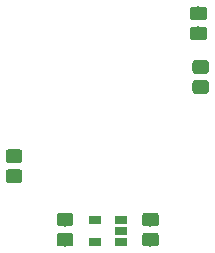
<source format=gbr>
G04 #@! TF.GenerationSoftware,KiCad,Pcbnew,(5.0.0-rc2-200-g1f6f76beb)*
G04 #@! TF.CreationDate,2018-06-26T10:28:24+03:00*
G04 #@! TF.ProjectId,board,626F6172642E6B696361645F70636200,v0.1*
G04 #@! TF.SameCoordinates,Original*
G04 #@! TF.FileFunction,Paste,Bot*
G04 #@! TF.FilePolarity,Positive*
%FSLAX46Y46*%
G04 Gerber Fmt 4.6, Leading zero omitted, Abs format (unit mm)*
G04 Created by KiCad (PCBNEW (5.0.0-rc2-200-g1f6f76beb)) date Tue Jun 26 10:28:24 2018*
%MOMM*%
%LPD*%
G01*
G04 APERTURE LIST*
%ADD10C,0.100000*%
%ADD11C,1.150000*%
%ADD12R,1.060000X0.650000*%
G04 APERTURE END LIST*
D10*
G04 #@! TO.C,C4*
G36*
X125188505Y-70729204D02*
X125212773Y-70732804D01*
X125236572Y-70738765D01*
X125259671Y-70747030D01*
X125281850Y-70757520D01*
X125302893Y-70770132D01*
X125322599Y-70784747D01*
X125340777Y-70801223D01*
X125357253Y-70819401D01*
X125371868Y-70839107D01*
X125384480Y-70860150D01*
X125394970Y-70882329D01*
X125403235Y-70905428D01*
X125409196Y-70929227D01*
X125412796Y-70953495D01*
X125414000Y-70977999D01*
X125414000Y-71628001D01*
X125412796Y-71652505D01*
X125409196Y-71676773D01*
X125403235Y-71700572D01*
X125394970Y-71723671D01*
X125384480Y-71745850D01*
X125371868Y-71766893D01*
X125357253Y-71786599D01*
X125340777Y-71804777D01*
X125322599Y-71821253D01*
X125302893Y-71835868D01*
X125281850Y-71848480D01*
X125259671Y-71858970D01*
X125236572Y-71867235D01*
X125212773Y-71873196D01*
X125188505Y-71876796D01*
X125164001Y-71878000D01*
X124263999Y-71878000D01*
X124239495Y-71876796D01*
X124215227Y-71873196D01*
X124191428Y-71867235D01*
X124168329Y-71858970D01*
X124146150Y-71848480D01*
X124125107Y-71835868D01*
X124105401Y-71821253D01*
X124087223Y-71804777D01*
X124070747Y-71786599D01*
X124056132Y-71766893D01*
X124043520Y-71745850D01*
X124033030Y-71723671D01*
X124024765Y-71700572D01*
X124018804Y-71676773D01*
X124015204Y-71652505D01*
X124014000Y-71628001D01*
X124014000Y-70977999D01*
X124015204Y-70953495D01*
X124018804Y-70929227D01*
X124024765Y-70905428D01*
X124033030Y-70882329D01*
X124043520Y-70860150D01*
X124056132Y-70839107D01*
X124070747Y-70819401D01*
X124087223Y-70801223D01*
X124105401Y-70784747D01*
X124125107Y-70770132D01*
X124146150Y-70757520D01*
X124168329Y-70747030D01*
X124191428Y-70738765D01*
X124215227Y-70732804D01*
X124239495Y-70729204D01*
X124263999Y-70728000D01*
X125164001Y-70728000D01*
X125188505Y-70729204D01*
X125188505Y-70729204D01*
G37*
D11*
X124714000Y-71303000D03*
D10*
G36*
X125188505Y-69029204D02*
X125212773Y-69032804D01*
X125236572Y-69038765D01*
X125259671Y-69047030D01*
X125281850Y-69057520D01*
X125302893Y-69070132D01*
X125322599Y-69084747D01*
X125340777Y-69101223D01*
X125357253Y-69119401D01*
X125371868Y-69139107D01*
X125384480Y-69160150D01*
X125394970Y-69182329D01*
X125403235Y-69205428D01*
X125409196Y-69229227D01*
X125412796Y-69253495D01*
X125414000Y-69277999D01*
X125414000Y-69928001D01*
X125412796Y-69952505D01*
X125409196Y-69976773D01*
X125403235Y-70000572D01*
X125394970Y-70023671D01*
X125384480Y-70045850D01*
X125371868Y-70066893D01*
X125357253Y-70086599D01*
X125340777Y-70104777D01*
X125322599Y-70121253D01*
X125302893Y-70135868D01*
X125281850Y-70148480D01*
X125259671Y-70158970D01*
X125236572Y-70167235D01*
X125212773Y-70173196D01*
X125188505Y-70176796D01*
X125164001Y-70178000D01*
X124263999Y-70178000D01*
X124239495Y-70176796D01*
X124215227Y-70173196D01*
X124191428Y-70167235D01*
X124168329Y-70158970D01*
X124146150Y-70148480D01*
X124125107Y-70135868D01*
X124105401Y-70121253D01*
X124087223Y-70104777D01*
X124070747Y-70086599D01*
X124056132Y-70066893D01*
X124043520Y-70045850D01*
X124033030Y-70023671D01*
X124024765Y-70000572D01*
X124018804Y-69976773D01*
X124015204Y-69952505D01*
X124014000Y-69928001D01*
X124014000Y-69277999D01*
X124015204Y-69253495D01*
X124018804Y-69229227D01*
X124024765Y-69205428D01*
X124033030Y-69182329D01*
X124043520Y-69160150D01*
X124056132Y-69139107D01*
X124070747Y-69119401D01*
X124087223Y-69101223D01*
X124105401Y-69084747D01*
X124125107Y-69070132D01*
X124146150Y-69057520D01*
X124168329Y-69047030D01*
X124191428Y-69038765D01*
X124215227Y-69032804D01*
X124239495Y-69029204D01*
X124263999Y-69028000D01*
X125164001Y-69028000D01*
X125188505Y-69029204D01*
X125188505Y-69029204D01*
G37*
D11*
X124714000Y-69603000D03*
G04 #@! TD*
D10*
G04 #@! TO.C,C3*
G36*
X132427505Y-69029204D02*
X132451773Y-69032804D01*
X132475572Y-69038765D01*
X132498671Y-69047030D01*
X132520850Y-69057520D01*
X132541893Y-69070132D01*
X132561599Y-69084747D01*
X132579777Y-69101223D01*
X132596253Y-69119401D01*
X132610868Y-69139107D01*
X132623480Y-69160150D01*
X132633970Y-69182329D01*
X132642235Y-69205428D01*
X132648196Y-69229227D01*
X132651796Y-69253495D01*
X132653000Y-69277999D01*
X132653000Y-69928001D01*
X132651796Y-69952505D01*
X132648196Y-69976773D01*
X132642235Y-70000572D01*
X132633970Y-70023671D01*
X132623480Y-70045850D01*
X132610868Y-70066893D01*
X132596253Y-70086599D01*
X132579777Y-70104777D01*
X132561599Y-70121253D01*
X132541893Y-70135868D01*
X132520850Y-70148480D01*
X132498671Y-70158970D01*
X132475572Y-70167235D01*
X132451773Y-70173196D01*
X132427505Y-70176796D01*
X132403001Y-70178000D01*
X131502999Y-70178000D01*
X131478495Y-70176796D01*
X131454227Y-70173196D01*
X131430428Y-70167235D01*
X131407329Y-70158970D01*
X131385150Y-70148480D01*
X131364107Y-70135868D01*
X131344401Y-70121253D01*
X131326223Y-70104777D01*
X131309747Y-70086599D01*
X131295132Y-70066893D01*
X131282520Y-70045850D01*
X131272030Y-70023671D01*
X131263765Y-70000572D01*
X131257804Y-69976773D01*
X131254204Y-69952505D01*
X131253000Y-69928001D01*
X131253000Y-69277999D01*
X131254204Y-69253495D01*
X131257804Y-69229227D01*
X131263765Y-69205428D01*
X131272030Y-69182329D01*
X131282520Y-69160150D01*
X131295132Y-69139107D01*
X131309747Y-69119401D01*
X131326223Y-69101223D01*
X131344401Y-69084747D01*
X131364107Y-69070132D01*
X131385150Y-69057520D01*
X131407329Y-69047030D01*
X131430428Y-69038765D01*
X131454227Y-69032804D01*
X131478495Y-69029204D01*
X131502999Y-69028000D01*
X132403001Y-69028000D01*
X132427505Y-69029204D01*
X132427505Y-69029204D01*
G37*
D11*
X131953000Y-69603000D03*
D10*
G36*
X132427505Y-70729204D02*
X132451773Y-70732804D01*
X132475572Y-70738765D01*
X132498671Y-70747030D01*
X132520850Y-70757520D01*
X132541893Y-70770132D01*
X132561599Y-70784747D01*
X132579777Y-70801223D01*
X132596253Y-70819401D01*
X132610868Y-70839107D01*
X132623480Y-70860150D01*
X132633970Y-70882329D01*
X132642235Y-70905428D01*
X132648196Y-70929227D01*
X132651796Y-70953495D01*
X132653000Y-70977999D01*
X132653000Y-71628001D01*
X132651796Y-71652505D01*
X132648196Y-71676773D01*
X132642235Y-71700572D01*
X132633970Y-71723671D01*
X132623480Y-71745850D01*
X132610868Y-71766893D01*
X132596253Y-71786599D01*
X132579777Y-71804777D01*
X132561599Y-71821253D01*
X132541893Y-71835868D01*
X132520850Y-71848480D01*
X132498671Y-71858970D01*
X132475572Y-71867235D01*
X132451773Y-71873196D01*
X132427505Y-71876796D01*
X132403001Y-71878000D01*
X131502999Y-71878000D01*
X131478495Y-71876796D01*
X131454227Y-71873196D01*
X131430428Y-71867235D01*
X131407329Y-71858970D01*
X131385150Y-71848480D01*
X131364107Y-71835868D01*
X131344401Y-71821253D01*
X131326223Y-71804777D01*
X131309747Y-71786599D01*
X131295132Y-71766893D01*
X131282520Y-71745850D01*
X131272030Y-71723671D01*
X131263765Y-71700572D01*
X131257804Y-71676773D01*
X131254204Y-71652505D01*
X131253000Y-71628001D01*
X131253000Y-70977999D01*
X131254204Y-70953495D01*
X131257804Y-70929227D01*
X131263765Y-70905428D01*
X131272030Y-70882329D01*
X131282520Y-70860150D01*
X131295132Y-70839107D01*
X131309747Y-70819401D01*
X131326223Y-70801223D01*
X131344401Y-70784747D01*
X131364107Y-70770132D01*
X131385150Y-70757520D01*
X131407329Y-70747030D01*
X131430428Y-70738765D01*
X131454227Y-70732804D01*
X131478495Y-70729204D01*
X131502999Y-70728000D01*
X132403001Y-70728000D01*
X132427505Y-70729204D01*
X132427505Y-70729204D01*
G37*
D11*
X131953000Y-71303000D03*
G04 #@! TD*
D12*
G04 #@! TO.C,U1*
X129416356Y-69623000D03*
X129416356Y-70573000D03*
X129416356Y-71523000D03*
X127216356Y-71523000D03*
X127216356Y-69623000D03*
G04 #@! TD*
D10*
G04 #@! TO.C,R4*
G36*
X136682005Y-56107204D02*
X136706273Y-56110804D01*
X136730072Y-56116765D01*
X136753171Y-56125030D01*
X136775350Y-56135520D01*
X136796393Y-56148132D01*
X136816099Y-56162747D01*
X136834277Y-56179223D01*
X136850753Y-56197401D01*
X136865368Y-56217107D01*
X136877980Y-56238150D01*
X136888470Y-56260329D01*
X136896735Y-56283428D01*
X136902696Y-56307227D01*
X136906296Y-56331495D01*
X136907500Y-56355999D01*
X136907500Y-57006001D01*
X136906296Y-57030505D01*
X136902696Y-57054773D01*
X136896735Y-57078572D01*
X136888470Y-57101671D01*
X136877980Y-57123850D01*
X136865368Y-57144893D01*
X136850753Y-57164599D01*
X136834277Y-57182777D01*
X136816099Y-57199253D01*
X136796393Y-57213868D01*
X136775350Y-57226480D01*
X136753171Y-57236970D01*
X136730072Y-57245235D01*
X136706273Y-57251196D01*
X136682005Y-57254796D01*
X136657501Y-57256000D01*
X135757499Y-57256000D01*
X135732995Y-57254796D01*
X135708727Y-57251196D01*
X135684928Y-57245235D01*
X135661829Y-57236970D01*
X135639650Y-57226480D01*
X135618607Y-57213868D01*
X135598901Y-57199253D01*
X135580723Y-57182777D01*
X135564247Y-57164599D01*
X135549632Y-57144893D01*
X135537020Y-57123850D01*
X135526530Y-57101671D01*
X135518265Y-57078572D01*
X135512304Y-57054773D01*
X135508704Y-57030505D01*
X135507500Y-57006001D01*
X135507500Y-56355999D01*
X135508704Y-56331495D01*
X135512304Y-56307227D01*
X135518265Y-56283428D01*
X135526530Y-56260329D01*
X135537020Y-56238150D01*
X135549632Y-56217107D01*
X135564247Y-56197401D01*
X135580723Y-56179223D01*
X135598901Y-56162747D01*
X135618607Y-56148132D01*
X135639650Y-56135520D01*
X135661829Y-56125030D01*
X135684928Y-56116765D01*
X135708727Y-56110804D01*
X135732995Y-56107204D01*
X135757499Y-56106000D01*
X136657501Y-56106000D01*
X136682005Y-56107204D01*
X136682005Y-56107204D01*
G37*
D11*
X136207500Y-56681000D03*
D10*
G36*
X136682005Y-57807204D02*
X136706273Y-57810804D01*
X136730072Y-57816765D01*
X136753171Y-57825030D01*
X136775350Y-57835520D01*
X136796393Y-57848132D01*
X136816099Y-57862747D01*
X136834277Y-57879223D01*
X136850753Y-57897401D01*
X136865368Y-57917107D01*
X136877980Y-57938150D01*
X136888470Y-57960329D01*
X136896735Y-57983428D01*
X136902696Y-58007227D01*
X136906296Y-58031495D01*
X136907500Y-58055999D01*
X136907500Y-58706001D01*
X136906296Y-58730505D01*
X136902696Y-58754773D01*
X136896735Y-58778572D01*
X136888470Y-58801671D01*
X136877980Y-58823850D01*
X136865368Y-58844893D01*
X136850753Y-58864599D01*
X136834277Y-58882777D01*
X136816099Y-58899253D01*
X136796393Y-58913868D01*
X136775350Y-58926480D01*
X136753171Y-58936970D01*
X136730072Y-58945235D01*
X136706273Y-58951196D01*
X136682005Y-58954796D01*
X136657501Y-58956000D01*
X135757499Y-58956000D01*
X135732995Y-58954796D01*
X135708727Y-58951196D01*
X135684928Y-58945235D01*
X135661829Y-58936970D01*
X135639650Y-58926480D01*
X135618607Y-58913868D01*
X135598901Y-58899253D01*
X135580723Y-58882777D01*
X135564247Y-58864599D01*
X135549632Y-58844893D01*
X135537020Y-58823850D01*
X135526530Y-58801671D01*
X135518265Y-58778572D01*
X135512304Y-58754773D01*
X135508704Y-58730505D01*
X135507500Y-58706001D01*
X135507500Y-58055999D01*
X135508704Y-58031495D01*
X135512304Y-58007227D01*
X135518265Y-57983428D01*
X135526530Y-57960329D01*
X135537020Y-57938150D01*
X135549632Y-57917107D01*
X135564247Y-57897401D01*
X135580723Y-57879223D01*
X135598901Y-57862747D01*
X135618607Y-57848132D01*
X135639650Y-57835520D01*
X135661829Y-57825030D01*
X135684928Y-57816765D01*
X135708727Y-57810804D01*
X135732995Y-57807204D01*
X135757499Y-57806000D01*
X136657501Y-57806000D01*
X136682005Y-57807204D01*
X136682005Y-57807204D01*
G37*
D11*
X136207500Y-58381000D03*
G04 #@! TD*
D10*
G04 #@! TO.C,R3*
G36*
X120870505Y-65349404D02*
X120894773Y-65353004D01*
X120918572Y-65358965D01*
X120941671Y-65367230D01*
X120963850Y-65377720D01*
X120984893Y-65390332D01*
X121004599Y-65404947D01*
X121022777Y-65421423D01*
X121039253Y-65439601D01*
X121053868Y-65459307D01*
X121066480Y-65480350D01*
X121076970Y-65502529D01*
X121085235Y-65525628D01*
X121091196Y-65549427D01*
X121094796Y-65573695D01*
X121096000Y-65598199D01*
X121096000Y-66248201D01*
X121094796Y-66272705D01*
X121091196Y-66296973D01*
X121085235Y-66320772D01*
X121076970Y-66343871D01*
X121066480Y-66366050D01*
X121053868Y-66387093D01*
X121039253Y-66406799D01*
X121022777Y-66424977D01*
X121004599Y-66441453D01*
X120984893Y-66456068D01*
X120963850Y-66468680D01*
X120941671Y-66479170D01*
X120918572Y-66487435D01*
X120894773Y-66493396D01*
X120870505Y-66496996D01*
X120846001Y-66498200D01*
X119945999Y-66498200D01*
X119921495Y-66496996D01*
X119897227Y-66493396D01*
X119873428Y-66487435D01*
X119850329Y-66479170D01*
X119828150Y-66468680D01*
X119807107Y-66456068D01*
X119787401Y-66441453D01*
X119769223Y-66424977D01*
X119752747Y-66406799D01*
X119738132Y-66387093D01*
X119725520Y-66366050D01*
X119715030Y-66343871D01*
X119706765Y-66320772D01*
X119700804Y-66296973D01*
X119697204Y-66272705D01*
X119696000Y-66248201D01*
X119696000Y-65598199D01*
X119697204Y-65573695D01*
X119700804Y-65549427D01*
X119706765Y-65525628D01*
X119715030Y-65502529D01*
X119725520Y-65480350D01*
X119738132Y-65459307D01*
X119752747Y-65439601D01*
X119769223Y-65421423D01*
X119787401Y-65404947D01*
X119807107Y-65390332D01*
X119828150Y-65377720D01*
X119850329Y-65367230D01*
X119873428Y-65358965D01*
X119897227Y-65353004D01*
X119921495Y-65349404D01*
X119945999Y-65348200D01*
X120846001Y-65348200D01*
X120870505Y-65349404D01*
X120870505Y-65349404D01*
G37*
D11*
X120396000Y-65923200D03*
D10*
G36*
X120870505Y-63649404D02*
X120894773Y-63653004D01*
X120918572Y-63658965D01*
X120941671Y-63667230D01*
X120963850Y-63677720D01*
X120984893Y-63690332D01*
X121004599Y-63704947D01*
X121022777Y-63721423D01*
X121039253Y-63739601D01*
X121053868Y-63759307D01*
X121066480Y-63780350D01*
X121076970Y-63802529D01*
X121085235Y-63825628D01*
X121091196Y-63849427D01*
X121094796Y-63873695D01*
X121096000Y-63898199D01*
X121096000Y-64548201D01*
X121094796Y-64572705D01*
X121091196Y-64596973D01*
X121085235Y-64620772D01*
X121076970Y-64643871D01*
X121066480Y-64666050D01*
X121053868Y-64687093D01*
X121039253Y-64706799D01*
X121022777Y-64724977D01*
X121004599Y-64741453D01*
X120984893Y-64756068D01*
X120963850Y-64768680D01*
X120941671Y-64779170D01*
X120918572Y-64787435D01*
X120894773Y-64793396D01*
X120870505Y-64796996D01*
X120846001Y-64798200D01*
X119945999Y-64798200D01*
X119921495Y-64796996D01*
X119897227Y-64793396D01*
X119873428Y-64787435D01*
X119850329Y-64779170D01*
X119828150Y-64768680D01*
X119807107Y-64756068D01*
X119787401Y-64741453D01*
X119769223Y-64724977D01*
X119752747Y-64706799D01*
X119738132Y-64687093D01*
X119725520Y-64666050D01*
X119715030Y-64643871D01*
X119706765Y-64620772D01*
X119700804Y-64596973D01*
X119697204Y-64572705D01*
X119696000Y-64548201D01*
X119696000Y-63898199D01*
X119697204Y-63873695D01*
X119700804Y-63849427D01*
X119706765Y-63825628D01*
X119715030Y-63802529D01*
X119725520Y-63780350D01*
X119738132Y-63759307D01*
X119752747Y-63739601D01*
X119769223Y-63721423D01*
X119787401Y-63704947D01*
X119807107Y-63690332D01*
X119828150Y-63677720D01*
X119850329Y-63667230D01*
X119873428Y-63658965D01*
X119897227Y-63653004D01*
X119921495Y-63649404D01*
X119945999Y-63648200D01*
X120846001Y-63648200D01*
X120870505Y-63649404D01*
X120870505Y-63649404D01*
G37*
D11*
X120396000Y-64223200D03*
G04 #@! TD*
D10*
G04 #@! TO.C,R2*
G36*
X136491505Y-51574204D02*
X136515773Y-51577804D01*
X136539572Y-51583765D01*
X136562671Y-51592030D01*
X136584850Y-51602520D01*
X136605893Y-51615132D01*
X136625599Y-51629747D01*
X136643777Y-51646223D01*
X136660253Y-51664401D01*
X136674868Y-51684107D01*
X136687480Y-51705150D01*
X136697970Y-51727329D01*
X136706235Y-51750428D01*
X136712196Y-51774227D01*
X136715796Y-51798495D01*
X136717000Y-51822999D01*
X136717000Y-52473001D01*
X136715796Y-52497505D01*
X136712196Y-52521773D01*
X136706235Y-52545572D01*
X136697970Y-52568671D01*
X136687480Y-52590850D01*
X136674868Y-52611893D01*
X136660253Y-52631599D01*
X136643777Y-52649777D01*
X136625599Y-52666253D01*
X136605893Y-52680868D01*
X136584850Y-52693480D01*
X136562671Y-52703970D01*
X136539572Y-52712235D01*
X136515773Y-52718196D01*
X136491505Y-52721796D01*
X136467001Y-52723000D01*
X135566999Y-52723000D01*
X135542495Y-52721796D01*
X135518227Y-52718196D01*
X135494428Y-52712235D01*
X135471329Y-52703970D01*
X135449150Y-52693480D01*
X135428107Y-52680868D01*
X135408401Y-52666253D01*
X135390223Y-52649777D01*
X135373747Y-52631599D01*
X135359132Y-52611893D01*
X135346520Y-52590850D01*
X135336030Y-52568671D01*
X135327765Y-52545572D01*
X135321804Y-52521773D01*
X135318204Y-52497505D01*
X135317000Y-52473001D01*
X135317000Y-51822999D01*
X135318204Y-51798495D01*
X135321804Y-51774227D01*
X135327765Y-51750428D01*
X135336030Y-51727329D01*
X135346520Y-51705150D01*
X135359132Y-51684107D01*
X135373747Y-51664401D01*
X135390223Y-51646223D01*
X135408401Y-51629747D01*
X135428107Y-51615132D01*
X135449150Y-51602520D01*
X135471329Y-51592030D01*
X135494428Y-51583765D01*
X135518227Y-51577804D01*
X135542495Y-51574204D01*
X135566999Y-51573000D01*
X136467001Y-51573000D01*
X136491505Y-51574204D01*
X136491505Y-51574204D01*
G37*
D11*
X136017000Y-52148000D03*
D10*
G36*
X136491505Y-53274204D02*
X136515773Y-53277804D01*
X136539572Y-53283765D01*
X136562671Y-53292030D01*
X136584850Y-53302520D01*
X136605893Y-53315132D01*
X136625599Y-53329747D01*
X136643777Y-53346223D01*
X136660253Y-53364401D01*
X136674868Y-53384107D01*
X136687480Y-53405150D01*
X136697970Y-53427329D01*
X136706235Y-53450428D01*
X136712196Y-53474227D01*
X136715796Y-53498495D01*
X136717000Y-53522999D01*
X136717000Y-54173001D01*
X136715796Y-54197505D01*
X136712196Y-54221773D01*
X136706235Y-54245572D01*
X136697970Y-54268671D01*
X136687480Y-54290850D01*
X136674868Y-54311893D01*
X136660253Y-54331599D01*
X136643777Y-54349777D01*
X136625599Y-54366253D01*
X136605893Y-54380868D01*
X136584850Y-54393480D01*
X136562671Y-54403970D01*
X136539572Y-54412235D01*
X136515773Y-54418196D01*
X136491505Y-54421796D01*
X136467001Y-54423000D01*
X135566999Y-54423000D01*
X135542495Y-54421796D01*
X135518227Y-54418196D01*
X135494428Y-54412235D01*
X135471329Y-54403970D01*
X135449150Y-54393480D01*
X135428107Y-54380868D01*
X135408401Y-54366253D01*
X135390223Y-54349777D01*
X135373747Y-54331599D01*
X135359132Y-54311893D01*
X135346520Y-54290850D01*
X135336030Y-54268671D01*
X135327765Y-54245572D01*
X135321804Y-54221773D01*
X135318204Y-54197505D01*
X135317000Y-54173001D01*
X135317000Y-53522999D01*
X135318204Y-53498495D01*
X135321804Y-53474227D01*
X135327765Y-53450428D01*
X135336030Y-53427329D01*
X135346520Y-53405150D01*
X135359132Y-53384107D01*
X135373747Y-53364401D01*
X135390223Y-53346223D01*
X135408401Y-53329747D01*
X135428107Y-53315132D01*
X135449150Y-53302520D01*
X135471329Y-53292030D01*
X135494428Y-53283765D01*
X135518227Y-53277804D01*
X135542495Y-53274204D01*
X135566999Y-53273000D01*
X136467001Y-53273000D01*
X136491505Y-53274204D01*
X136491505Y-53274204D01*
G37*
D11*
X136017000Y-53848000D03*
G04 #@! TD*
M02*

</source>
